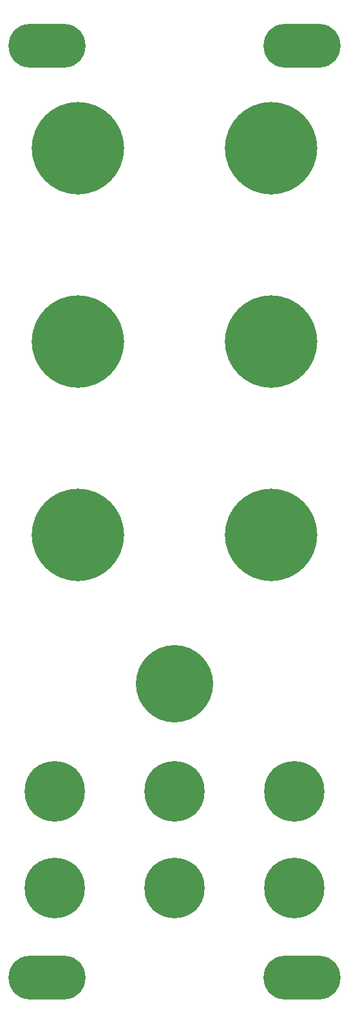
<source format=gbr>
%TF.GenerationSoftware,KiCad,Pcbnew,8.0.7*%
%TF.CreationDate,2025-01-10T22:24:24-05:00*%
%TF.ProjectId,front panel,66726f6e-7420-4706-916e-656c2e6b6963,B*%
%TF.SameCoordinates,Original*%
%TF.FileFunction,Soldermask,Bot*%
%TF.FilePolarity,Negative*%
%FSLAX46Y46*%
G04 Gerber Fmt 4.6, Leading zero omitted, Abs format (unit mm)*
G04 Created by KiCad (PCBNEW 8.0.7) date 2025-01-10 22:24:24*
%MOMM*%
%LPD*%
G01*
G04 APERTURE LIST*
%ADD10C,7.924800*%
%ADD11C,12.150000*%
%ADD12O,10.160000X5.740400*%
%ADD13C,10.160000*%
G04 APERTURE END LIST*
D10*
%TO.C,REF\u002A\u002A*%
X98552000Y-164338000D03*
%TD*%
D11*
%TO.C,REF\u002A\u002A*%
X101600000Y-67183000D03*
%TD*%
D10*
%TO.C,REF\u002A\u002A*%
X114300000Y-164338000D03*
%TD*%
D12*
%TO.C,REF\u002A\u002A*%
X131064000Y-53721000D03*
%TD*%
%TO.C,REF\u002A\u002A*%
X131064000Y-176149000D03*
%TD*%
D11*
%TO.C,REF\u002A\u002A*%
X127000000Y-117983000D03*
%TD*%
%TO.C,REF\u002A\u002A*%
X127000000Y-92583000D03*
%TD*%
D13*
%TO.C,REF\u002A\u002A*%
X114300000Y-137490200D03*
%TD*%
D10*
%TO.C,REF\u002A\u002A*%
X130048000Y-151638000D03*
%TD*%
D11*
%TO.C,REF\u002A\u002A*%
X101600000Y-92583000D03*
%TD*%
D10*
%TO.C,REF\u002A\u002A*%
X130048000Y-164338000D03*
%TD*%
D12*
%TO.C,REF\u002A\u002A*%
X97536000Y-176149000D03*
%TD*%
D11*
%TO.C,REF\u002A\u002A*%
X127000000Y-67183000D03*
%TD*%
D10*
%TO.C,REF\u002A\u002A*%
X114300000Y-151638000D03*
%TD*%
%TO.C,REF\u002A\u002A*%
X98552000Y-151638000D03*
%TD*%
D11*
%TO.C,REF\u002A\u002A*%
X101600000Y-117983000D03*
%TD*%
D12*
%TO.C,REF\u002A\u002A*%
X97536000Y-53721000D03*
%TD*%
M02*

</source>
